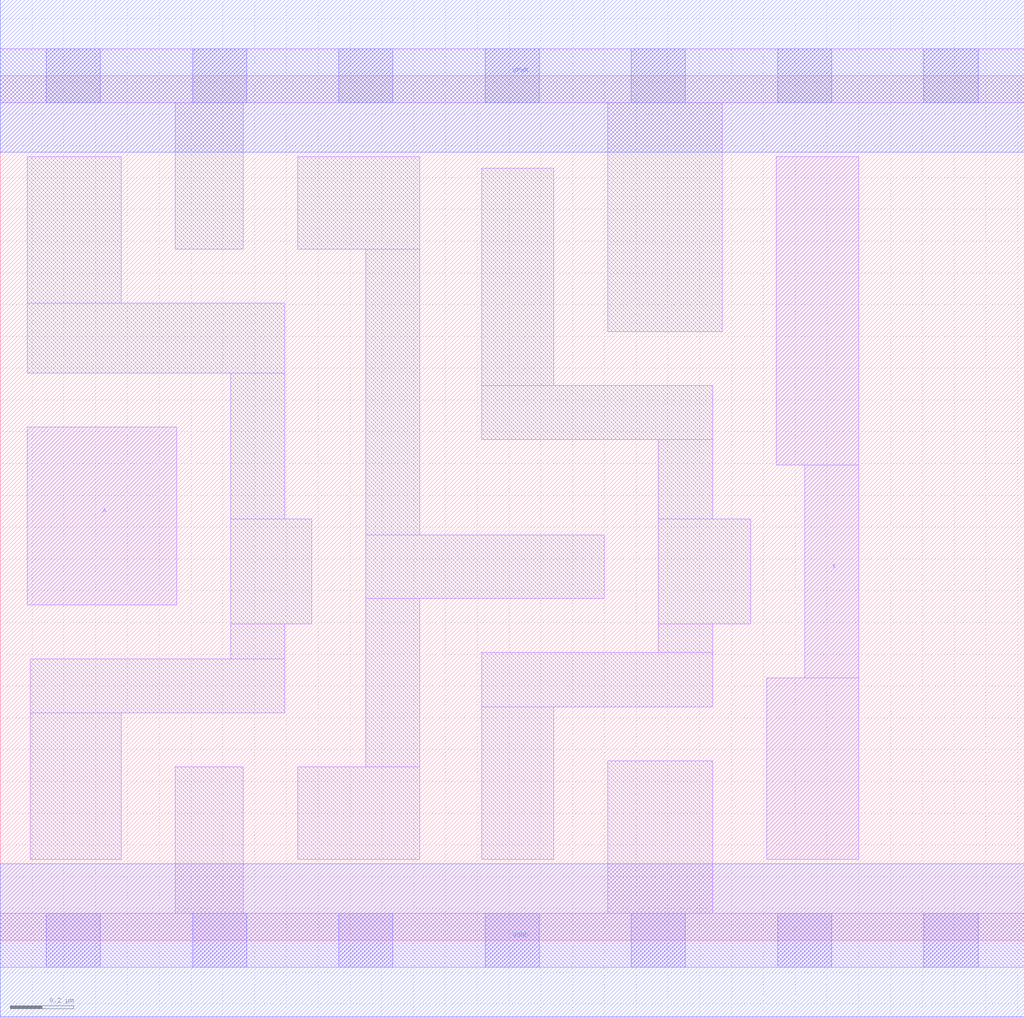
<source format=lef>
# Copyright 2020 The SkyWater PDK Authors
#
# Licensed under the Apache License, Version 2.0 (the "License");
# you may not use this file except in compliance with the License.
# You may obtain a copy of the License at
#
#     https://www.apache.org/licenses/LICENSE-2.0
#
# Unless required by applicable law or agreed to in writing, software
# distributed under the License is distributed on an "AS IS" BASIS,
# WITHOUT WARRANTIES OR CONDITIONS OF ANY KIND, either express or implied.
# See the License for the specific language governing permissions and
# limitations under the License.
#
# SPDX-License-Identifier: Apache-2.0

VERSION 5.7 ;
  NOWIREEXTENSIONATPIN ON ;
  DIVIDERCHAR "/" ;
  BUSBITCHARS "[]" ;
UNITS
  DATABASE MICRONS 200 ;
END UNITS
MACRO sky130_fd_sc_hd__dlygate4sd1_1
  CLASS CORE ;
  FOREIGN sky130_fd_sc_hd__dlygate4sd1_1 ;
  ORIGIN  0.000000  0.000000 ;
  SIZE  3.220000 BY  2.720000 ;
  SYMMETRY X Y R90 ;
  SITE unithd ;
  PIN A
    ANTENNAGATEAREA  0.126000 ;
    DIRECTION INPUT ;
    USE SIGNAL ;
    PORT
      LAYER li1 ;
        RECT 0.085000 1.055000 0.555000 1.615000 ;
    END
  END A
  PIN X
    ANTENNADIFFAREA  0.429000 ;
    DIRECTION OUTPUT ;
    USE SIGNAL ;
    PORT
      LAYER li1 ;
        RECT 2.410000 0.255000 2.700000 0.825000 ;
        RECT 2.440000 1.495000 2.700000 2.465000 ;
        RECT 2.530000 0.825000 2.700000 1.495000 ;
    END
  END X
  PIN VGND
    DIRECTION INOUT ;
    SHAPE ABUTMENT ;
    USE GROUND ;
    PORT
      LAYER met1 ;
        RECT 0.000000 -0.240000 3.220000 0.240000 ;
    END
  END VGND
  PIN VPWR
    DIRECTION INOUT ;
    SHAPE ABUTMENT ;
    USE POWER ;
    PORT
      LAYER met1 ;
        RECT 0.000000 2.480000 3.220000 2.960000 ;
    END
  END VPWR
  OBS
    LAYER li1 ;
      RECT 0.000000 -0.085000 3.220000 0.085000 ;
      RECT 0.000000  2.635000 3.220000 2.805000 ;
      RECT 0.085000  1.785000 0.895000 2.005000 ;
      RECT 0.085000  2.005000 0.380000 2.465000 ;
      RECT 0.095000  0.255000 0.380000 0.715000 ;
      RECT 0.095000  0.715000 0.895000 0.885000 ;
      RECT 0.550000  0.085000 0.765000 0.545000 ;
      RECT 0.550000  2.175000 0.765000 2.635000 ;
      RECT 0.725000  0.885000 0.895000 0.995000 ;
      RECT 0.725000  0.995000 0.980000 1.325000 ;
      RECT 0.725000  1.325000 0.895000 1.785000 ;
      RECT 0.935000  0.255000 1.320000 0.545000 ;
      RECT 0.935000  2.175000 1.320000 2.465000 ;
      RECT 1.150000  0.545000 1.320000 1.075000 ;
      RECT 1.150000  1.075000 1.900000 1.275000 ;
      RECT 1.150000  1.275000 1.320000 2.175000 ;
      RECT 1.515000  0.255000 1.740000 0.735000 ;
      RECT 1.515000  0.735000 2.240000 0.905000 ;
      RECT 1.515000  1.575000 2.240000 1.745000 ;
      RECT 1.515000  1.745000 1.740000 2.430000 ;
      RECT 1.910000  0.085000 2.240000 0.565000 ;
      RECT 1.910000  1.915000 2.270000 2.635000 ;
      RECT 2.070000  0.905000 2.240000 0.995000 ;
      RECT 2.070000  0.995000 2.360000 1.325000 ;
      RECT 2.070000  1.325000 2.240000 1.575000 ;
    LAYER mcon ;
      RECT 0.145000 -0.085000 0.315000 0.085000 ;
      RECT 0.145000  2.635000 0.315000 2.805000 ;
      RECT 0.605000 -0.085000 0.775000 0.085000 ;
      RECT 0.605000  2.635000 0.775000 2.805000 ;
      RECT 1.065000 -0.085000 1.235000 0.085000 ;
      RECT 1.065000  2.635000 1.235000 2.805000 ;
      RECT 1.525000 -0.085000 1.695000 0.085000 ;
      RECT 1.525000  2.635000 1.695000 2.805000 ;
      RECT 1.985000 -0.085000 2.155000 0.085000 ;
      RECT 1.985000  2.635000 2.155000 2.805000 ;
      RECT 2.445000 -0.085000 2.615000 0.085000 ;
      RECT 2.445000  2.635000 2.615000 2.805000 ;
      RECT 2.905000 -0.085000 3.075000 0.085000 ;
      RECT 2.905000  2.635000 3.075000 2.805000 ;
  END
END sky130_fd_sc_hd__dlygate4sd1_1
END LIBRARY

</source>
